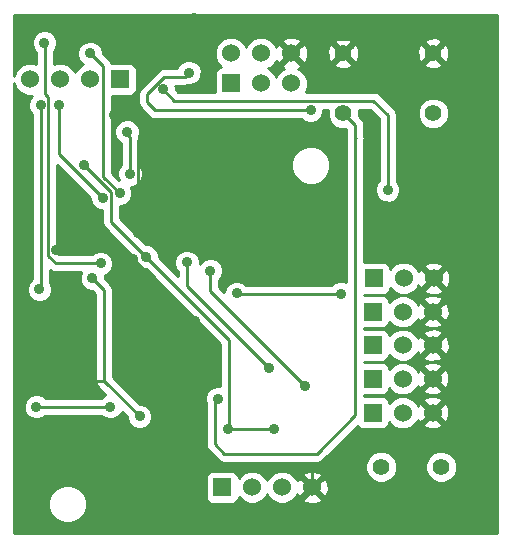
<source format=gbl>
G04 (created by PCBNEW (2013-07-07 BZR 4022)-stable) date 12/31/2015 9:21:21 AM*
%MOIN*%
G04 Gerber Fmt 3.4, Leading zero omitted, Abs format*
%FSLAX34Y34*%
G01*
G70*
G90*
G04 APERTURE LIST*
%ADD10C,0.00590551*%
%ADD11C,0.055*%
%ADD12R,0.06X0.06*%
%ADD13C,0.06*%
%ADD14C,0.056*%
%ADD15C,0.035*%
%ADD16C,0.01*%
G04 APERTURE END LIST*
G54D10*
G54D11*
X53151Y-27763D03*
X53151Y-25763D03*
X56151Y-27763D03*
X56151Y-25763D03*
G54D12*
X45710Y-26629D03*
G54D13*
X44710Y-26629D03*
X43710Y-26629D03*
X42710Y-26629D03*
G54D12*
X49419Y-26767D03*
G54D13*
X49419Y-25767D03*
X50419Y-26767D03*
X50419Y-25767D03*
X51419Y-26767D03*
X51419Y-25767D03*
G54D12*
X54131Y-37735D03*
G54D13*
X55131Y-37735D03*
X56131Y-37735D03*
G54D12*
X54131Y-36602D03*
G54D13*
X55131Y-36602D03*
X56131Y-36602D03*
G54D12*
X54139Y-35487D03*
G54D13*
X55139Y-35487D03*
X56139Y-35487D03*
G54D12*
X54139Y-34373D03*
G54D13*
X55139Y-34373D03*
X56139Y-34373D03*
G54D12*
X54159Y-33263D03*
G54D13*
X55159Y-33263D03*
X56159Y-33263D03*
G54D14*
X54415Y-39544D03*
X56415Y-39544D03*
G54D12*
X49110Y-40230D03*
G54D13*
X50110Y-40230D03*
X51110Y-40230D03*
X52110Y-40230D03*
G54D15*
X42880Y-36702D03*
X46360Y-37867D03*
X44785Y-33256D03*
X54627Y-30309D03*
X47147Y-26964D03*
X45064Y-32766D03*
X43188Y-25416D03*
X43671Y-27480D03*
X45139Y-30574D03*
X46048Y-29781D03*
X45945Y-28377D03*
X48944Y-39445D03*
X48328Y-25604D03*
X48190Y-24583D03*
X46128Y-32624D03*
X46317Y-31765D03*
X46580Y-28399D03*
X48210Y-34674D03*
X43580Y-32304D03*
X55809Y-29864D03*
X45512Y-27812D03*
X52659Y-25294D03*
X42919Y-37535D03*
X45379Y-37539D03*
X48722Y-33007D03*
X51872Y-36836D03*
X47935Y-32732D03*
X50690Y-36259D03*
X48980Y-37274D03*
X44714Y-25767D03*
X45694Y-30428D03*
X43080Y-27487D03*
X43021Y-33633D03*
X50830Y-38280D03*
X44518Y-29483D03*
X52060Y-27664D03*
X48000Y-26404D03*
X53065Y-33774D03*
X49600Y-33767D03*
X46576Y-32542D03*
X49320Y-38294D03*
G54D16*
X42894Y-36687D02*
X45180Y-36687D01*
X42880Y-36702D02*
X42894Y-36687D01*
X45179Y-36685D02*
X45180Y-36687D01*
X45180Y-36687D02*
X46360Y-37867D01*
X45179Y-33649D02*
X45179Y-36685D01*
X44785Y-33256D02*
X45179Y-33649D01*
X54627Y-27805D02*
X54627Y-30309D01*
X54156Y-27334D02*
X54627Y-27805D01*
X47517Y-27334D02*
X54156Y-27334D01*
X47147Y-26964D02*
X47517Y-27334D01*
X43566Y-32766D02*
X45064Y-32766D01*
X43314Y-32514D02*
X43566Y-32766D01*
X43314Y-27215D02*
X43314Y-32514D01*
X43223Y-27124D02*
X43314Y-27215D01*
X43223Y-25451D02*
X43223Y-27124D01*
X43188Y-25416D02*
X43223Y-25451D01*
X43671Y-29106D02*
X43671Y-27480D01*
X45139Y-30574D02*
X43671Y-29106D01*
X46048Y-28579D02*
X46048Y-29781D01*
X45945Y-28377D02*
X46048Y-28579D01*
X52110Y-39671D02*
X52110Y-40230D01*
X51947Y-39508D02*
X52110Y-39671D01*
X49007Y-39508D02*
X51947Y-39508D01*
X48944Y-39445D02*
X49007Y-39508D01*
X48328Y-24721D02*
X48328Y-25604D01*
X48190Y-24583D02*
X48328Y-24721D01*
X46133Y-32619D02*
X46155Y-32619D01*
X46128Y-32624D02*
X46133Y-32619D01*
X46317Y-31760D02*
X46317Y-31765D01*
X46304Y-31747D02*
X46317Y-31760D01*
X46304Y-28675D02*
X46304Y-31747D01*
X46580Y-28399D02*
X46304Y-28675D01*
X48210Y-34674D02*
X46155Y-32619D01*
X46155Y-32619D02*
X45840Y-32304D01*
X45840Y-32304D02*
X43580Y-32304D01*
X53730Y-25294D02*
X52659Y-25294D01*
X55021Y-26585D02*
X53730Y-25294D01*
X55021Y-29076D02*
X55021Y-26585D01*
X55809Y-29864D02*
X55021Y-29076D01*
X47760Y-25564D02*
X48328Y-25604D01*
X45512Y-27812D02*
X47760Y-25564D01*
X52449Y-25084D02*
X52659Y-25294D01*
X48328Y-25604D02*
X48848Y-25084D01*
X48848Y-25084D02*
X52449Y-25084D01*
X45375Y-37535D02*
X42919Y-37535D01*
X45379Y-37539D02*
X45375Y-37535D01*
X48722Y-33686D02*
X48722Y-33007D01*
X51872Y-36836D02*
X48722Y-33686D01*
X47935Y-33503D02*
X47935Y-32732D01*
X50690Y-36259D02*
X47935Y-33503D01*
X53555Y-28601D02*
X53555Y-28166D01*
X53555Y-28166D02*
X53151Y-27763D01*
X53555Y-28601D02*
X53569Y-28587D01*
X53555Y-37829D02*
X53555Y-28601D01*
X52270Y-39114D02*
X53555Y-37829D01*
X49190Y-39114D02*
X52270Y-39114D01*
X48860Y-38784D02*
X49190Y-39114D01*
X48860Y-37394D02*
X48860Y-38784D01*
X48980Y-37274D02*
X48860Y-37394D01*
X45147Y-26200D02*
X44714Y-25767D01*
X45147Y-29881D02*
X45147Y-26200D01*
X45694Y-30428D02*
X45147Y-29881D01*
X43080Y-33574D02*
X43080Y-27487D01*
X43021Y-33633D02*
X43080Y-33574D01*
X50816Y-38294D02*
X49320Y-38294D01*
X50830Y-38280D02*
X50816Y-38294D01*
X44518Y-29483D02*
X45407Y-30372D01*
X46890Y-27664D02*
X52060Y-27664D01*
X46610Y-27384D02*
X46890Y-27664D01*
X46610Y-27114D02*
X46610Y-27384D01*
X47180Y-26544D02*
X46610Y-27114D01*
X47860Y-26544D02*
X47180Y-26544D01*
X48000Y-26404D02*
X47860Y-26544D01*
X49607Y-33774D02*
X53065Y-33774D01*
X49600Y-33767D02*
X49607Y-33774D01*
X45407Y-31373D02*
X46576Y-32542D01*
X45407Y-30372D02*
X45407Y-31373D01*
X49355Y-35321D02*
X46576Y-32542D01*
X49355Y-38259D02*
X49355Y-35321D01*
X49320Y-38294D02*
X49355Y-38259D01*
G54D10*
G36*
X58285Y-41765D02*
X56945Y-41765D01*
X56945Y-39439D01*
X56864Y-39244D01*
X56715Y-39094D01*
X56714Y-39094D01*
X56714Y-33345D01*
X56703Y-33126D01*
X56681Y-33074D01*
X56681Y-25839D01*
X56670Y-25630D01*
X56612Y-25490D01*
X56519Y-25466D01*
X56448Y-25537D01*
X56448Y-25395D01*
X56424Y-25302D01*
X56227Y-25233D01*
X56018Y-25244D01*
X55878Y-25302D01*
X55854Y-25395D01*
X56151Y-25692D01*
X56448Y-25395D01*
X56448Y-25537D01*
X56222Y-25763D01*
X56519Y-26060D01*
X56612Y-26036D01*
X56681Y-25839D01*
X56681Y-33074D01*
X56676Y-33062D01*
X56676Y-27659D01*
X56596Y-27466D01*
X56449Y-27318D01*
X56448Y-27318D01*
X56448Y-26131D01*
X56151Y-25834D01*
X56080Y-25904D01*
X56080Y-25763D01*
X55783Y-25466D01*
X55691Y-25490D01*
X55621Y-25687D01*
X55633Y-25896D01*
X55691Y-26036D01*
X55783Y-26060D01*
X56080Y-25763D01*
X56080Y-25904D01*
X55854Y-26131D01*
X55878Y-26224D01*
X56075Y-26293D01*
X56284Y-26282D01*
X56424Y-26224D01*
X56448Y-26131D01*
X56448Y-27318D01*
X56256Y-27238D01*
X56047Y-27238D01*
X55854Y-27318D01*
X55706Y-27465D01*
X55626Y-27658D01*
X55626Y-27867D01*
X55706Y-28060D01*
X55853Y-28208D01*
X56046Y-28288D01*
X56255Y-28288D01*
X56448Y-28208D01*
X56596Y-28061D01*
X56676Y-27868D01*
X56676Y-27659D01*
X56676Y-33062D01*
X56640Y-32975D01*
X56545Y-32948D01*
X56474Y-33019D01*
X56474Y-32877D01*
X56447Y-32782D01*
X56241Y-32708D01*
X56022Y-32719D01*
X55871Y-32782D01*
X55844Y-32877D01*
X56159Y-33192D01*
X56474Y-32877D01*
X56474Y-33019D01*
X56230Y-33263D01*
X56545Y-33578D01*
X56640Y-33551D01*
X56714Y-33345D01*
X56714Y-39094D01*
X56694Y-39086D01*
X56694Y-35569D01*
X56694Y-34455D01*
X56683Y-34237D01*
X56621Y-34085D01*
X56525Y-34058D01*
X56474Y-34109D01*
X56474Y-33649D01*
X56159Y-33334D01*
X55844Y-33649D01*
X55871Y-33744D01*
X56077Y-33818D01*
X56296Y-33807D01*
X56447Y-33744D01*
X56474Y-33649D01*
X56474Y-34109D01*
X56454Y-34129D01*
X56454Y-33987D01*
X56427Y-33892D01*
X56221Y-33818D01*
X56003Y-33829D01*
X55851Y-33892D01*
X55824Y-33987D01*
X56139Y-34303D01*
X56454Y-33987D01*
X56454Y-34129D01*
X56210Y-34373D01*
X56525Y-34688D01*
X56621Y-34661D01*
X56694Y-34455D01*
X56694Y-35569D01*
X56683Y-35351D01*
X56621Y-35200D01*
X56525Y-35172D01*
X56454Y-35243D01*
X56454Y-35102D01*
X56454Y-34759D01*
X56139Y-34444D01*
X55824Y-34759D01*
X55851Y-34855D01*
X56057Y-34928D01*
X56276Y-34917D01*
X56427Y-34855D01*
X56454Y-34759D01*
X56454Y-35102D01*
X56427Y-35006D01*
X56221Y-34933D01*
X56003Y-34944D01*
X55851Y-35006D01*
X55824Y-35102D01*
X56139Y-35417D01*
X56454Y-35102D01*
X56454Y-35243D01*
X56210Y-35487D01*
X56525Y-35803D01*
X56621Y-35775D01*
X56694Y-35569D01*
X56694Y-39086D01*
X56686Y-39082D01*
X56686Y-37817D01*
X56686Y-36683D01*
X56675Y-36465D01*
X56613Y-36314D01*
X56517Y-36286D01*
X56454Y-36349D01*
X56454Y-35873D01*
X56139Y-35558D01*
X55824Y-35873D01*
X55851Y-35969D01*
X56057Y-36042D01*
X56276Y-36031D01*
X56427Y-35969D01*
X56454Y-35873D01*
X56454Y-36349D01*
X56447Y-36357D01*
X56447Y-36216D01*
X56419Y-36120D01*
X56213Y-36047D01*
X55995Y-36058D01*
X55844Y-36120D01*
X55816Y-36216D01*
X56131Y-36531D01*
X56447Y-36216D01*
X56447Y-36357D01*
X56202Y-36602D01*
X56517Y-36917D01*
X56613Y-36889D01*
X56686Y-36683D01*
X56686Y-37817D01*
X56675Y-37599D01*
X56613Y-37448D01*
X56517Y-37420D01*
X56447Y-37491D01*
X56447Y-37350D01*
X56447Y-36988D01*
X56131Y-36672D01*
X55816Y-36988D01*
X55844Y-37083D01*
X56050Y-37156D01*
X56268Y-37145D01*
X56419Y-37083D01*
X56447Y-36988D01*
X56447Y-37350D01*
X56419Y-37254D01*
X56213Y-37181D01*
X55995Y-37192D01*
X55844Y-37254D01*
X55816Y-37350D01*
X56131Y-37665D01*
X56447Y-37350D01*
X56447Y-37491D01*
X56202Y-37735D01*
X56517Y-38051D01*
X56613Y-38023D01*
X56686Y-37817D01*
X56686Y-39082D01*
X56521Y-39014D01*
X56447Y-39014D01*
X56447Y-38121D01*
X56131Y-37806D01*
X55816Y-38121D01*
X55844Y-38217D01*
X56050Y-38290D01*
X56268Y-38279D01*
X56419Y-38217D01*
X56447Y-38121D01*
X56447Y-39014D01*
X56310Y-39013D01*
X56115Y-39094D01*
X55966Y-39243D01*
X55885Y-39438D01*
X55885Y-39648D01*
X55965Y-39843D01*
X56114Y-39993D01*
X56309Y-40073D01*
X56520Y-40074D01*
X56715Y-39993D01*
X56864Y-39844D01*
X56945Y-39649D01*
X56945Y-39439D01*
X56945Y-41765D01*
X54945Y-41765D01*
X54945Y-39439D01*
X54864Y-39244D01*
X54715Y-39094D01*
X54521Y-39014D01*
X54310Y-39013D01*
X54115Y-39094D01*
X53966Y-39243D01*
X53885Y-39438D01*
X53885Y-39648D01*
X53965Y-39843D01*
X54114Y-39993D01*
X54309Y-40073D01*
X54520Y-40074D01*
X54715Y-39993D01*
X54864Y-39844D01*
X54945Y-39649D01*
X54945Y-39439D01*
X54945Y-41765D01*
X52664Y-41765D01*
X52664Y-40311D01*
X52653Y-40093D01*
X52591Y-39942D01*
X52495Y-39914D01*
X52425Y-39985D01*
X52425Y-39844D01*
X52397Y-39748D01*
X52191Y-39675D01*
X51973Y-39686D01*
X51822Y-39748D01*
X51794Y-39844D01*
X52110Y-40159D01*
X52425Y-39844D01*
X52425Y-39985D01*
X52180Y-40230D01*
X52495Y-40545D01*
X52591Y-40517D01*
X52664Y-40311D01*
X52664Y-41765D01*
X52425Y-41765D01*
X52425Y-40615D01*
X52110Y-40300D01*
X52039Y-40371D01*
X52039Y-40230D01*
X51724Y-39914D01*
X51628Y-39942D01*
X51609Y-39997D01*
X51576Y-39918D01*
X51421Y-39764D01*
X51219Y-39680D01*
X51001Y-39679D01*
X50798Y-39763D01*
X50644Y-39918D01*
X50610Y-39999D01*
X50576Y-39918D01*
X50421Y-39764D01*
X50219Y-39680D01*
X50001Y-39679D01*
X49798Y-39763D01*
X49660Y-39902D01*
X49660Y-39880D01*
X49622Y-39788D01*
X49551Y-39718D01*
X49459Y-39680D01*
X49360Y-39679D01*
X48760Y-39679D01*
X48668Y-39717D01*
X48598Y-39788D01*
X48560Y-39880D01*
X48559Y-39979D01*
X48559Y-40579D01*
X48597Y-40671D01*
X48668Y-40741D01*
X48760Y-40779D01*
X48859Y-40780D01*
X49459Y-40780D01*
X49551Y-40742D01*
X49621Y-40671D01*
X49659Y-40579D01*
X49659Y-40557D01*
X49798Y-40695D01*
X50000Y-40779D01*
X50218Y-40780D01*
X50421Y-40696D01*
X50575Y-40541D01*
X50609Y-40460D01*
X50643Y-40541D01*
X50798Y-40695D01*
X51000Y-40779D01*
X51218Y-40780D01*
X51421Y-40696D01*
X51575Y-40541D01*
X51607Y-40466D01*
X51628Y-40517D01*
X51724Y-40545D01*
X52039Y-40230D01*
X52039Y-40371D01*
X51794Y-40615D01*
X51822Y-40711D01*
X52028Y-40784D01*
X52246Y-40773D01*
X52397Y-40711D01*
X52425Y-40615D01*
X52425Y-41765D01*
X44601Y-41765D01*
X44601Y-40660D01*
X44503Y-40423D01*
X44323Y-40242D01*
X44086Y-40144D01*
X43830Y-40144D01*
X43594Y-40241D01*
X43412Y-40422D01*
X43314Y-40659D01*
X43314Y-40915D01*
X43412Y-41151D01*
X43593Y-41332D01*
X43829Y-41431D01*
X44085Y-41431D01*
X44322Y-41333D01*
X44503Y-41152D01*
X44601Y-40916D01*
X44601Y-40660D01*
X44601Y-41765D01*
X42164Y-41765D01*
X42164Y-26748D01*
X42244Y-26940D01*
X42398Y-27095D01*
X42600Y-27179D01*
X42787Y-27179D01*
X42720Y-27246D01*
X42655Y-27403D01*
X42655Y-27572D01*
X42720Y-27728D01*
X42780Y-27788D01*
X42780Y-33273D01*
X42661Y-33392D01*
X42596Y-33548D01*
X42596Y-33717D01*
X42661Y-33874D01*
X42780Y-33993D01*
X42936Y-34058D01*
X43105Y-34058D01*
X43262Y-33994D01*
X43381Y-33874D01*
X43446Y-33718D01*
X43446Y-33549D01*
X43382Y-33393D01*
X43380Y-33391D01*
X43380Y-32996D01*
X43451Y-33043D01*
X43565Y-33065D01*
X43566Y-33066D01*
X44404Y-33066D01*
X44360Y-33171D01*
X44360Y-33340D01*
X44424Y-33496D01*
X44544Y-33616D01*
X44700Y-33680D01*
X44786Y-33681D01*
X44879Y-33773D01*
X44879Y-36685D01*
X44901Y-36800D01*
X44967Y-36898D01*
X45215Y-37147D01*
X45139Y-37178D01*
X45082Y-37235D01*
X43220Y-37235D01*
X43160Y-37175D01*
X43004Y-37110D01*
X42835Y-37110D01*
X42678Y-37174D01*
X42559Y-37294D01*
X42494Y-37450D01*
X42494Y-37619D01*
X42558Y-37775D01*
X42678Y-37895D01*
X42834Y-37960D01*
X43003Y-37960D01*
X43159Y-37895D01*
X43220Y-37835D01*
X45074Y-37835D01*
X45138Y-37899D01*
X45295Y-37964D01*
X45464Y-37964D01*
X45620Y-37899D01*
X45740Y-37780D01*
X45772Y-37703D01*
X45935Y-37866D01*
X45935Y-37951D01*
X45999Y-38107D01*
X46119Y-38227D01*
X46275Y-38291D01*
X46444Y-38292D01*
X46600Y-38227D01*
X46720Y-38108D01*
X46785Y-37951D01*
X46785Y-37782D01*
X46720Y-37626D01*
X46601Y-37506D01*
X46445Y-37442D01*
X46359Y-37441D01*
X45479Y-36561D01*
X45479Y-33649D01*
X45456Y-33534D01*
X45391Y-33437D01*
X45391Y-33437D01*
X45210Y-33256D01*
X45210Y-33171D01*
X45208Y-33166D01*
X45304Y-33126D01*
X45424Y-33007D01*
X45488Y-32850D01*
X45489Y-32681D01*
X45424Y-32525D01*
X45305Y-32405D01*
X45148Y-32341D01*
X44979Y-32340D01*
X44823Y-32405D01*
X44762Y-32466D01*
X43690Y-32466D01*
X43614Y-32389D01*
X43614Y-29473D01*
X44714Y-30573D01*
X44714Y-30658D01*
X44779Y-30814D01*
X44898Y-30934D01*
X45054Y-30999D01*
X45107Y-30999D01*
X45107Y-31373D01*
X45129Y-31487D01*
X45194Y-31585D01*
X46151Y-32541D01*
X46150Y-32626D01*
X46215Y-32782D01*
X46334Y-32902D01*
X46491Y-32966D01*
X46576Y-32967D01*
X49055Y-35445D01*
X49055Y-36849D01*
X48895Y-36848D01*
X48739Y-36913D01*
X48619Y-37032D01*
X48555Y-37189D01*
X48554Y-37358D01*
X48563Y-37378D01*
X48560Y-37394D01*
X48560Y-38784D01*
X48582Y-38898D01*
X48647Y-38996D01*
X48977Y-39326D01*
X48977Y-39326D01*
X49075Y-39391D01*
X49189Y-39413D01*
X49190Y-39414D01*
X52270Y-39414D01*
X52270Y-39413D01*
X52384Y-39391D01*
X52384Y-39391D01*
X52482Y-39326D01*
X53625Y-38182D01*
X53690Y-38247D01*
X53781Y-38285D01*
X53881Y-38286D01*
X54481Y-38286D01*
X54573Y-38248D01*
X54643Y-38177D01*
X54681Y-38085D01*
X54681Y-38063D01*
X54819Y-38201D01*
X55022Y-38285D01*
X55240Y-38286D01*
X55443Y-38202D01*
X55597Y-38047D01*
X55629Y-37972D01*
X55650Y-38023D01*
X55745Y-38051D01*
X56061Y-37735D01*
X55745Y-37420D01*
X55650Y-37448D01*
X55630Y-37503D01*
X55598Y-37424D01*
X55443Y-37269D01*
X55241Y-37186D01*
X55022Y-37185D01*
X54820Y-37269D01*
X54681Y-37408D01*
X54681Y-37386D01*
X54643Y-37294D01*
X54573Y-37224D01*
X54481Y-37186D01*
X54382Y-37185D01*
X53855Y-37185D01*
X53855Y-37152D01*
X53881Y-37152D01*
X54481Y-37152D01*
X54573Y-37114D01*
X54643Y-37043D01*
X54681Y-36952D01*
X54681Y-36929D01*
X54819Y-37068D01*
X55022Y-37152D01*
X55240Y-37152D01*
X55443Y-37068D01*
X55597Y-36914D01*
X55629Y-36838D01*
X55650Y-36889D01*
X55745Y-36917D01*
X56061Y-36602D01*
X55745Y-36286D01*
X55650Y-36314D01*
X55630Y-36369D01*
X55598Y-36290D01*
X55443Y-36136D01*
X55241Y-36052D01*
X55022Y-36052D01*
X54820Y-36135D01*
X54681Y-36274D01*
X54681Y-36252D01*
X54643Y-36160D01*
X54573Y-36090D01*
X54481Y-36052D01*
X54382Y-36052D01*
X53855Y-36052D01*
X53855Y-36037D01*
X53889Y-36037D01*
X54489Y-36037D01*
X54581Y-36000D01*
X54651Y-35929D01*
X54689Y-35837D01*
X54689Y-35815D01*
X54827Y-35953D01*
X55029Y-36037D01*
X55248Y-36038D01*
X55450Y-35954D01*
X55605Y-35799D01*
X55637Y-35724D01*
X55658Y-35775D01*
X55753Y-35803D01*
X56069Y-35487D01*
X55753Y-35172D01*
X55658Y-35200D01*
X55638Y-35255D01*
X55606Y-35176D01*
X55451Y-35021D01*
X55249Y-34938D01*
X55030Y-34937D01*
X54828Y-35021D01*
X54689Y-35159D01*
X54689Y-35138D01*
X54651Y-35046D01*
X54581Y-34976D01*
X54489Y-34937D01*
X54390Y-34937D01*
X53855Y-34937D01*
X53855Y-34923D01*
X53889Y-34923D01*
X54489Y-34923D01*
X54581Y-34885D01*
X54651Y-34815D01*
X54689Y-34723D01*
X54689Y-34701D01*
X54827Y-34839D01*
X55029Y-34923D01*
X55248Y-34923D01*
X55450Y-34840D01*
X55605Y-34685D01*
X55637Y-34610D01*
X55658Y-34661D01*
X55753Y-34688D01*
X56069Y-34373D01*
X55753Y-34058D01*
X55658Y-34085D01*
X55638Y-34141D01*
X55606Y-34062D01*
X55451Y-33907D01*
X55249Y-33823D01*
X55030Y-33823D01*
X54828Y-33907D01*
X54689Y-34045D01*
X54689Y-34024D01*
X54651Y-33932D01*
X54581Y-33861D01*
X54489Y-33823D01*
X54390Y-33823D01*
X53855Y-33823D01*
X53855Y-33813D01*
X53908Y-33813D01*
X54508Y-33813D01*
X54600Y-33775D01*
X54671Y-33705D01*
X54709Y-33613D01*
X54709Y-33591D01*
X54847Y-33729D01*
X55049Y-33813D01*
X55268Y-33813D01*
X55470Y-33730D01*
X55625Y-33575D01*
X55656Y-33499D01*
X55678Y-33551D01*
X55773Y-33578D01*
X56088Y-33263D01*
X55773Y-32948D01*
X55678Y-32975D01*
X55658Y-33030D01*
X55625Y-32952D01*
X55471Y-32797D01*
X55269Y-32713D01*
X55050Y-32713D01*
X54848Y-32796D01*
X54709Y-32935D01*
X54709Y-32914D01*
X54671Y-32822D01*
X54601Y-32751D01*
X54509Y-32713D01*
X54409Y-32713D01*
X53855Y-32713D01*
X53855Y-28657D01*
X53868Y-28587D01*
X53855Y-28516D01*
X53855Y-28166D01*
X53832Y-28052D01*
X53767Y-27954D01*
X53767Y-27954D01*
X53676Y-27864D01*
X53676Y-27659D01*
X53666Y-27634D01*
X54032Y-27634D01*
X54327Y-27929D01*
X54327Y-30007D01*
X54267Y-30067D01*
X54203Y-30224D01*
X54202Y-30393D01*
X54267Y-30549D01*
X54386Y-30669D01*
X54543Y-30733D01*
X54712Y-30734D01*
X54868Y-30669D01*
X54988Y-30550D01*
X55052Y-30393D01*
X55053Y-30224D01*
X54988Y-30068D01*
X54927Y-30007D01*
X54927Y-27805D01*
X54905Y-27690D01*
X54840Y-27592D01*
X54840Y-27592D01*
X54369Y-27121D01*
X54271Y-27056D01*
X54156Y-27034D01*
X53681Y-27034D01*
X53681Y-25839D01*
X53670Y-25630D01*
X53612Y-25490D01*
X53519Y-25466D01*
X53448Y-25537D01*
X53448Y-25395D01*
X53424Y-25302D01*
X53227Y-25233D01*
X53018Y-25244D01*
X52878Y-25302D01*
X52854Y-25395D01*
X53151Y-25692D01*
X53448Y-25395D01*
X53448Y-25537D01*
X53222Y-25763D01*
X53519Y-26060D01*
X53612Y-26036D01*
X53681Y-25839D01*
X53681Y-27034D01*
X53448Y-27034D01*
X53448Y-26131D01*
X53151Y-25834D01*
X53080Y-25904D01*
X53080Y-25763D01*
X52783Y-25466D01*
X52691Y-25490D01*
X52621Y-25687D01*
X52633Y-25896D01*
X52691Y-26036D01*
X52783Y-26060D01*
X53080Y-25763D01*
X53080Y-25904D01*
X52854Y-26131D01*
X52878Y-26224D01*
X53075Y-26293D01*
X53284Y-26282D01*
X53424Y-26224D01*
X53448Y-26131D01*
X53448Y-27034D01*
X51974Y-27034D01*
X51974Y-25849D01*
X51963Y-25630D01*
X51900Y-25479D01*
X51805Y-25452D01*
X51734Y-25522D01*
X51734Y-25381D01*
X51707Y-25286D01*
X51501Y-25212D01*
X51282Y-25223D01*
X51131Y-25286D01*
X51104Y-25381D01*
X51419Y-25696D01*
X51734Y-25381D01*
X51734Y-25522D01*
X51490Y-25767D01*
X51805Y-26082D01*
X51900Y-26055D01*
X51974Y-25849D01*
X51974Y-27034D01*
X51904Y-27034D01*
X51969Y-26877D01*
X51969Y-26658D01*
X51885Y-26456D01*
X51731Y-26301D01*
X51655Y-26270D01*
X51707Y-26248D01*
X51734Y-26153D01*
X51419Y-25838D01*
X51104Y-26153D01*
X51131Y-26248D01*
X51186Y-26268D01*
X51108Y-26300D01*
X50953Y-26455D01*
X50919Y-26537D01*
X50885Y-26456D01*
X50731Y-26301D01*
X50649Y-26267D01*
X50730Y-26234D01*
X50885Y-26079D01*
X50916Y-26003D01*
X50938Y-26055D01*
X51033Y-26082D01*
X51348Y-25767D01*
X51033Y-25452D01*
X50938Y-25479D01*
X50918Y-25534D01*
X50885Y-25456D01*
X50731Y-25301D01*
X50529Y-25217D01*
X50310Y-25217D01*
X50108Y-25300D01*
X49953Y-25455D01*
X49919Y-25537D01*
X49885Y-25456D01*
X49731Y-25301D01*
X49529Y-25217D01*
X49310Y-25217D01*
X49108Y-25300D01*
X48953Y-25455D01*
X48869Y-25657D01*
X48869Y-25876D01*
X48952Y-26078D01*
X49091Y-26217D01*
X49069Y-26217D01*
X48977Y-26255D01*
X48907Y-26325D01*
X48869Y-26417D01*
X48869Y-26516D01*
X48869Y-27034D01*
X47641Y-27034D01*
X47572Y-26964D01*
X47572Y-26879D01*
X47557Y-26844D01*
X47860Y-26844D01*
X47860Y-26843D01*
X47935Y-26828D01*
X47935Y-26828D01*
X48084Y-26829D01*
X48240Y-26764D01*
X48360Y-26645D01*
X48424Y-26488D01*
X48425Y-26319D01*
X48360Y-26163D01*
X48241Y-26043D01*
X48084Y-25979D01*
X47915Y-25978D01*
X47759Y-26043D01*
X47639Y-26162D01*
X47606Y-26244D01*
X47180Y-26244D01*
X47065Y-26266D01*
X46967Y-26331D01*
X46397Y-26901D01*
X46332Y-26999D01*
X46310Y-27114D01*
X46310Y-27384D01*
X46332Y-27498D01*
X46397Y-27596D01*
X46677Y-27876D01*
X46677Y-27876D01*
X46775Y-27941D01*
X46890Y-27964D01*
X51758Y-27964D01*
X51818Y-28024D01*
X51975Y-28088D01*
X52144Y-28089D01*
X52300Y-28024D01*
X52420Y-27905D01*
X52484Y-27748D01*
X52485Y-27634D01*
X52636Y-27634D01*
X52626Y-27658D01*
X52626Y-27867D01*
X52706Y-28060D01*
X52853Y-28208D01*
X53046Y-28288D01*
X53252Y-28288D01*
X53255Y-28291D01*
X53255Y-28601D01*
X53255Y-33392D01*
X53149Y-33349D01*
X52980Y-33348D01*
X52824Y-33413D01*
X52763Y-33474D01*
X52711Y-33474D01*
X52711Y-29365D01*
X52613Y-29128D01*
X52433Y-28947D01*
X52196Y-28849D01*
X51940Y-28849D01*
X51704Y-28946D01*
X51522Y-29127D01*
X51424Y-29364D01*
X51424Y-29620D01*
X51522Y-29856D01*
X51703Y-30037D01*
X51939Y-30136D01*
X52195Y-30136D01*
X52432Y-30038D01*
X52613Y-29857D01*
X52711Y-29621D01*
X52711Y-29365D01*
X52711Y-33474D01*
X49908Y-33474D01*
X49841Y-33406D01*
X49684Y-33342D01*
X49515Y-33341D01*
X49359Y-33406D01*
X49239Y-33525D01*
X49175Y-33682D01*
X49175Y-33714D01*
X49022Y-33562D01*
X49022Y-33308D01*
X49082Y-33248D01*
X49147Y-33091D01*
X49147Y-32922D01*
X49082Y-32766D01*
X48963Y-32646D01*
X48807Y-32582D01*
X48638Y-32581D01*
X48482Y-32646D01*
X48362Y-32765D01*
X48360Y-32771D01*
X48360Y-32648D01*
X48295Y-32492D01*
X48176Y-32372D01*
X48019Y-32307D01*
X47850Y-32307D01*
X47694Y-32371D01*
X47574Y-32491D01*
X47510Y-32647D01*
X47509Y-32816D01*
X47574Y-32972D01*
X47635Y-33033D01*
X47635Y-33176D01*
X47000Y-32542D01*
X47001Y-32457D01*
X46936Y-32301D01*
X46817Y-32181D01*
X46660Y-32117D01*
X46575Y-32116D01*
X45707Y-31248D01*
X45707Y-30853D01*
X45779Y-30853D01*
X45935Y-30789D01*
X46054Y-30669D01*
X46119Y-30513D01*
X46119Y-30344D01*
X46062Y-30206D01*
X46132Y-30206D01*
X46288Y-30141D01*
X46408Y-30022D01*
X46473Y-29865D01*
X46473Y-29696D01*
X46409Y-29540D01*
X46348Y-29479D01*
X46348Y-28579D01*
X46346Y-28567D01*
X46347Y-28555D01*
X46340Y-28531D01*
X46369Y-28461D01*
X46370Y-28292D01*
X46305Y-28136D01*
X46186Y-28016D01*
X46029Y-27952D01*
X45860Y-27951D01*
X45704Y-28016D01*
X45584Y-28135D01*
X45520Y-28292D01*
X45519Y-28461D01*
X45584Y-28617D01*
X45703Y-28737D01*
X45748Y-28755D01*
X45748Y-29479D01*
X45688Y-29539D01*
X45623Y-29696D01*
X45623Y-29865D01*
X45671Y-29981D01*
X45447Y-29757D01*
X45447Y-27179D01*
X45460Y-27179D01*
X46060Y-27179D01*
X46152Y-27141D01*
X46222Y-27071D01*
X46260Y-26979D01*
X46260Y-26880D01*
X46260Y-26280D01*
X46222Y-26188D01*
X46152Y-26117D01*
X46060Y-26079D01*
X45961Y-26079D01*
X45420Y-26079D01*
X45359Y-25988D01*
X45359Y-25988D01*
X45139Y-25768D01*
X45139Y-25683D01*
X45075Y-25527D01*
X44955Y-25407D01*
X44799Y-25342D01*
X44630Y-25342D01*
X44474Y-25406D01*
X44354Y-25526D01*
X44289Y-25682D01*
X44289Y-25851D01*
X44354Y-26007D01*
X44473Y-26127D01*
X44479Y-26130D01*
X44399Y-26163D01*
X44244Y-26317D01*
X44210Y-26399D01*
X44177Y-26318D01*
X44022Y-26163D01*
X43820Y-26079D01*
X43601Y-26079D01*
X43523Y-26112D01*
X43523Y-25682D01*
X43548Y-25657D01*
X43612Y-25500D01*
X43613Y-25331D01*
X43548Y-25175D01*
X43429Y-25055D01*
X43272Y-24991D01*
X43103Y-24990D01*
X42947Y-25055D01*
X42827Y-25174D01*
X42763Y-25331D01*
X42762Y-25500D01*
X42827Y-25656D01*
X42923Y-25752D01*
X42923Y-26122D01*
X42820Y-26079D01*
X42601Y-26079D01*
X42399Y-26163D01*
X42244Y-26317D01*
X42164Y-26510D01*
X42164Y-24489D01*
X58240Y-24489D01*
X58285Y-24489D01*
X58285Y-41765D01*
X58285Y-41765D01*
G37*
G54D16*
X58285Y-41765D02*
X56945Y-41765D01*
X56945Y-39439D01*
X56864Y-39244D01*
X56715Y-39094D01*
X56714Y-39094D01*
X56714Y-33345D01*
X56703Y-33126D01*
X56681Y-33074D01*
X56681Y-25839D01*
X56670Y-25630D01*
X56612Y-25490D01*
X56519Y-25466D01*
X56448Y-25537D01*
X56448Y-25395D01*
X56424Y-25302D01*
X56227Y-25233D01*
X56018Y-25244D01*
X55878Y-25302D01*
X55854Y-25395D01*
X56151Y-25692D01*
X56448Y-25395D01*
X56448Y-25537D01*
X56222Y-25763D01*
X56519Y-26060D01*
X56612Y-26036D01*
X56681Y-25839D01*
X56681Y-33074D01*
X56676Y-33062D01*
X56676Y-27659D01*
X56596Y-27466D01*
X56449Y-27318D01*
X56448Y-27318D01*
X56448Y-26131D01*
X56151Y-25834D01*
X56080Y-25904D01*
X56080Y-25763D01*
X55783Y-25466D01*
X55691Y-25490D01*
X55621Y-25687D01*
X55633Y-25896D01*
X55691Y-26036D01*
X55783Y-26060D01*
X56080Y-25763D01*
X56080Y-25904D01*
X55854Y-26131D01*
X55878Y-26224D01*
X56075Y-26293D01*
X56284Y-26282D01*
X56424Y-26224D01*
X56448Y-26131D01*
X56448Y-27318D01*
X56256Y-27238D01*
X56047Y-27238D01*
X55854Y-27318D01*
X55706Y-27465D01*
X55626Y-27658D01*
X55626Y-27867D01*
X55706Y-28060D01*
X55853Y-28208D01*
X56046Y-28288D01*
X56255Y-28288D01*
X56448Y-28208D01*
X56596Y-28061D01*
X56676Y-27868D01*
X56676Y-27659D01*
X56676Y-33062D01*
X56640Y-32975D01*
X56545Y-32948D01*
X56474Y-33019D01*
X56474Y-32877D01*
X56447Y-32782D01*
X56241Y-32708D01*
X56022Y-32719D01*
X55871Y-32782D01*
X55844Y-32877D01*
X56159Y-33192D01*
X56474Y-32877D01*
X56474Y-33019D01*
X56230Y-33263D01*
X56545Y-33578D01*
X56640Y-33551D01*
X56714Y-33345D01*
X56714Y-39094D01*
X56694Y-39086D01*
X56694Y-35569D01*
X56694Y-34455D01*
X56683Y-34237D01*
X56621Y-34085D01*
X56525Y-34058D01*
X56474Y-34109D01*
X56474Y-33649D01*
X56159Y-33334D01*
X55844Y-33649D01*
X55871Y-33744D01*
X56077Y-33818D01*
X56296Y-33807D01*
X56447Y-33744D01*
X56474Y-33649D01*
X56474Y-34109D01*
X56454Y-34129D01*
X56454Y-33987D01*
X56427Y-33892D01*
X56221Y-33818D01*
X56003Y-33829D01*
X55851Y-33892D01*
X55824Y-33987D01*
X56139Y-34303D01*
X56454Y-33987D01*
X56454Y-34129D01*
X56210Y-34373D01*
X56525Y-34688D01*
X56621Y-34661D01*
X56694Y-34455D01*
X56694Y-35569D01*
X56683Y-35351D01*
X56621Y-35200D01*
X56525Y-35172D01*
X56454Y-35243D01*
X56454Y-35102D01*
X56454Y-34759D01*
X56139Y-34444D01*
X55824Y-34759D01*
X55851Y-34855D01*
X56057Y-34928D01*
X56276Y-34917D01*
X56427Y-34855D01*
X56454Y-34759D01*
X56454Y-35102D01*
X56427Y-35006D01*
X56221Y-34933D01*
X56003Y-34944D01*
X55851Y-35006D01*
X55824Y-35102D01*
X56139Y-35417D01*
X56454Y-35102D01*
X56454Y-35243D01*
X56210Y-35487D01*
X56525Y-35803D01*
X56621Y-35775D01*
X56694Y-35569D01*
X56694Y-39086D01*
X56686Y-39082D01*
X56686Y-37817D01*
X56686Y-36683D01*
X56675Y-36465D01*
X56613Y-36314D01*
X56517Y-36286D01*
X56454Y-36349D01*
X56454Y-35873D01*
X56139Y-35558D01*
X55824Y-35873D01*
X55851Y-35969D01*
X56057Y-36042D01*
X56276Y-36031D01*
X56427Y-35969D01*
X56454Y-35873D01*
X56454Y-36349D01*
X56447Y-36357D01*
X56447Y-36216D01*
X56419Y-36120D01*
X56213Y-36047D01*
X55995Y-36058D01*
X55844Y-36120D01*
X55816Y-36216D01*
X56131Y-36531D01*
X56447Y-36216D01*
X56447Y-36357D01*
X56202Y-36602D01*
X56517Y-36917D01*
X56613Y-36889D01*
X56686Y-36683D01*
X56686Y-37817D01*
X56675Y-37599D01*
X56613Y-37448D01*
X56517Y-37420D01*
X56447Y-37491D01*
X56447Y-37350D01*
X56447Y-36988D01*
X56131Y-36672D01*
X55816Y-36988D01*
X55844Y-37083D01*
X56050Y-37156D01*
X56268Y-37145D01*
X56419Y-37083D01*
X56447Y-36988D01*
X56447Y-37350D01*
X56419Y-37254D01*
X56213Y-37181D01*
X55995Y-37192D01*
X55844Y-37254D01*
X55816Y-37350D01*
X56131Y-37665D01*
X56447Y-37350D01*
X56447Y-37491D01*
X56202Y-37735D01*
X56517Y-38051D01*
X56613Y-38023D01*
X56686Y-37817D01*
X56686Y-39082D01*
X56521Y-39014D01*
X56447Y-39014D01*
X56447Y-38121D01*
X56131Y-37806D01*
X55816Y-38121D01*
X55844Y-38217D01*
X56050Y-38290D01*
X56268Y-38279D01*
X56419Y-38217D01*
X56447Y-38121D01*
X56447Y-39014D01*
X56310Y-39013D01*
X56115Y-39094D01*
X55966Y-39243D01*
X55885Y-39438D01*
X55885Y-39648D01*
X55965Y-39843D01*
X56114Y-39993D01*
X56309Y-40073D01*
X56520Y-40074D01*
X56715Y-39993D01*
X56864Y-39844D01*
X56945Y-39649D01*
X56945Y-39439D01*
X56945Y-41765D01*
X54945Y-41765D01*
X54945Y-39439D01*
X54864Y-39244D01*
X54715Y-39094D01*
X54521Y-39014D01*
X54310Y-39013D01*
X54115Y-39094D01*
X53966Y-39243D01*
X53885Y-39438D01*
X53885Y-39648D01*
X53965Y-39843D01*
X54114Y-39993D01*
X54309Y-40073D01*
X54520Y-40074D01*
X54715Y-39993D01*
X54864Y-39844D01*
X54945Y-39649D01*
X54945Y-39439D01*
X54945Y-41765D01*
X52664Y-41765D01*
X52664Y-40311D01*
X52653Y-40093D01*
X52591Y-39942D01*
X52495Y-39914D01*
X52425Y-39985D01*
X52425Y-39844D01*
X52397Y-39748D01*
X52191Y-39675D01*
X51973Y-39686D01*
X51822Y-39748D01*
X51794Y-39844D01*
X52110Y-40159D01*
X52425Y-39844D01*
X52425Y-39985D01*
X52180Y-40230D01*
X52495Y-40545D01*
X52591Y-40517D01*
X52664Y-40311D01*
X52664Y-41765D01*
X52425Y-41765D01*
X52425Y-40615D01*
X52110Y-40300D01*
X52039Y-40371D01*
X52039Y-40230D01*
X51724Y-39914D01*
X51628Y-39942D01*
X51609Y-39997D01*
X51576Y-39918D01*
X51421Y-39764D01*
X51219Y-39680D01*
X51001Y-39679D01*
X50798Y-39763D01*
X50644Y-39918D01*
X50610Y-39999D01*
X50576Y-39918D01*
X50421Y-39764D01*
X50219Y-39680D01*
X50001Y-39679D01*
X49798Y-39763D01*
X49660Y-39902D01*
X49660Y-39880D01*
X49622Y-39788D01*
X49551Y-39718D01*
X49459Y-39680D01*
X49360Y-39679D01*
X48760Y-39679D01*
X48668Y-39717D01*
X48598Y-39788D01*
X48560Y-39880D01*
X48559Y-39979D01*
X48559Y-40579D01*
X48597Y-40671D01*
X48668Y-40741D01*
X48760Y-40779D01*
X48859Y-40780D01*
X49459Y-40780D01*
X49551Y-40742D01*
X49621Y-40671D01*
X49659Y-40579D01*
X49659Y-40557D01*
X49798Y-40695D01*
X50000Y-40779D01*
X50218Y-40780D01*
X50421Y-40696D01*
X50575Y-40541D01*
X50609Y-40460D01*
X50643Y-40541D01*
X50798Y-40695D01*
X51000Y-40779D01*
X51218Y-40780D01*
X51421Y-40696D01*
X51575Y-40541D01*
X51607Y-40466D01*
X51628Y-40517D01*
X51724Y-40545D01*
X52039Y-40230D01*
X52039Y-40371D01*
X51794Y-40615D01*
X51822Y-40711D01*
X52028Y-40784D01*
X52246Y-40773D01*
X52397Y-40711D01*
X52425Y-40615D01*
X52425Y-41765D01*
X44601Y-41765D01*
X44601Y-40660D01*
X44503Y-40423D01*
X44323Y-40242D01*
X44086Y-40144D01*
X43830Y-40144D01*
X43594Y-40241D01*
X43412Y-40422D01*
X43314Y-40659D01*
X43314Y-40915D01*
X43412Y-41151D01*
X43593Y-41332D01*
X43829Y-41431D01*
X44085Y-41431D01*
X44322Y-41333D01*
X44503Y-41152D01*
X44601Y-40916D01*
X44601Y-40660D01*
X44601Y-41765D01*
X42164Y-41765D01*
X42164Y-26748D01*
X42244Y-26940D01*
X42398Y-27095D01*
X42600Y-27179D01*
X42787Y-27179D01*
X42720Y-27246D01*
X42655Y-27403D01*
X42655Y-27572D01*
X42720Y-27728D01*
X42780Y-27788D01*
X42780Y-33273D01*
X42661Y-33392D01*
X42596Y-33548D01*
X42596Y-33717D01*
X42661Y-33874D01*
X42780Y-33993D01*
X42936Y-34058D01*
X43105Y-34058D01*
X43262Y-33994D01*
X43381Y-33874D01*
X43446Y-33718D01*
X43446Y-33549D01*
X43382Y-33393D01*
X43380Y-33391D01*
X43380Y-32996D01*
X43451Y-33043D01*
X43565Y-33065D01*
X43566Y-33066D01*
X44404Y-33066D01*
X44360Y-33171D01*
X44360Y-33340D01*
X44424Y-33496D01*
X44544Y-33616D01*
X44700Y-33680D01*
X44786Y-33681D01*
X44879Y-33773D01*
X44879Y-36685D01*
X44901Y-36800D01*
X44967Y-36898D01*
X45215Y-37147D01*
X45139Y-37178D01*
X45082Y-37235D01*
X43220Y-37235D01*
X43160Y-37175D01*
X43004Y-37110D01*
X42835Y-37110D01*
X42678Y-37174D01*
X42559Y-37294D01*
X42494Y-37450D01*
X42494Y-37619D01*
X42558Y-37775D01*
X42678Y-37895D01*
X42834Y-37960D01*
X43003Y-37960D01*
X43159Y-37895D01*
X43220Y-37835D01*
X45074Y-37835D01*
X45138Y-37899D01*
X45295Y-37964D01*
X45464Y-37964D01*
X45620Y-37899D01*
X45740Y-37780D01*
X45772Y-37703D01*
X45935Y-37866D01*
X45935Y-37951D01*
X45999Y-38107D01*
X46119Y-38227D01*
X46275Y-38291D01*
X46444Y-38292D01*
X46600Y-38227D01*
X46720Y-38108D01*
X46785Y-37951D01*
X46785Y-37782D01*
X46720Y-37626D01*
X46601Y-37506D01*
X46445Y-37442D01*
X46359Y-37441D01*
X45479Y-36561D01*
X45479Y-33649D01*
X45456Y-33534D01*
X45391Y-33437D01*
X45391Y-33437D01*
X45210Y-33256D01*
X45210Y-33171D01*
X45208Y-33166D01*
X45304Y-33126D01*
X45424Y-33007D01*
X45488Y-32850D01*
X45489Y-32681D01*
X45424Y-32525D01*
X45305Y-32405D01*
X45148Y-32341D01*
X44979Y-32340D01*
X44823Y-32405D01*
X44762Y-32466D01*
X43690Y-32466D01*
X43614Y-32389D01*
X43614Y-29473D01*
X44714Y-30573D01*
X44714Y-30658D01*
X44779Y-30814D01*
X44898Y-30934D01*
X45054Y-30999D01*
X45107Y-30999D01*
X45107Y-31373D01*
X45129Y-31487D01*
X45194Y-31585D01*
X46151Y-32541D01*
X46150Y-32626D01*
X46215Y-32782D01*
X46334Y-32902D01*
X46491Y-32966D01*
X46576Y-32967D01*
X49055Y-35445D01*
X49055Y-36849D01*
X48895Y-36848D01*
X48739Y-36913D01*
X48619Y-37032D01*
X48555Y-37189D01*
X48554Y-37358D01*
X48563Y-37378D01*
X48560Y-37394D01*
X48560Y-38784D01*
X48582Y-38898D01*
X48647Y-38996D01*
X48977Y-39326D01*
X48977Y-39326D01*
X49075Y-39391D01*
X49189Y-39413D01*
X49190Y-39414D01*
X52270Y-39414D01*
X52270Y-39413D01*
X52384Y-39391D01*
X52384Y-39391D01*
X52482Y-39326D01*
X53625Y-38182D01*
X53690Y-38247D01*
X53781Y-38285D01*
X53881Y-38286D01*
X54481Y-38286D01*
X54573Y-38248D01*
X54643Y-38177D01*
X54681Y-38085D01*
X54681Y-38063D01*
X54819Y-38201D01*
X55022Y-38285D01*
X55240Y-38286D01*
X55443Y-38202D01*
X55597Y-38047D01*
X55629Y-37972D01*
X55650Y-38023D01*
X55745Y-38051D01*
X56061Y-37735D01*
X55745Y-37420D01*
X55650Y-37448D01*
X55630Y-37503D01*
X55598Y-37424D01*
X55443Y-37269D01*
X55241Y-37186D01*
X55022Y-37185D01*
X54820Y-37269D01*
X54681Y-37408D01*
X54681Y-37386D01*
X54643Y-37294D01*
X54573Y-37224D01*
X54481Y-37186D01*
X54382Y-37185D01*
X53855Y-37185D01*
X53855Y-37152D01*
X53881Y-37152D01*
X54481Y-37152D01*
X54573Y-37114D01*
X54643Y-37043D01*
X54681Y-36952D01*
X54681Y-36929D01*
X54819Y-37068D01*
X55022Y-37152D01*
X55240Y-37152D01*
X55443Y-37068D01*
X55597Y-36914D01*
X55629Y-36838D01*
X55650Y-36889D01*
X55745Y-36917D01*
X56061Y-36602D01*
X55745Y-36286D01*
X55650Y-36314D01*
X55630Y-36369D01*
X55598Y-36290D01*
X55443Y-36136D01*
X55241Y-36052D01*
X55022Y-36052D01*
X54820Y-36135D01*
X54681Y-36274D01*
X54681Y-36252D01*
X54643Y-36160D01*
X54573Y-36090D01*
X54481Y-36052D01*
X54382Y-36052D01*
X53855Y-36052D01*
X53855Y-36037D01*
X53889Y-36037D01*
X54489Y-36037D01*
X54581Y-36000D01*
X54651Y-35929D01*
X54689Y-35837D01*
X54689Y-35815D01*
X54827Y-35953D01*
X55029Y-36037D01*
X55248Y-36038D01*
X55450Y-35954D01*
X55605Y-35799D01*
X55637Y-35724D01*
X55658Y-35775D01*
X55753Y-35803D01*
X56069Y-35487D01*
X55753Y-35172D01*
X55658Y-35200D01*
X55638Y-35255D01*
X55606Y-35176D01*
X55451Y-35021D01*
X55249Y-34938D01*
X55030Y-34937D01*
X54828Y-35021D01*
X54689Y-35159D01*
X54689Y-35138D01*
X54651Y-35046D01*
X54581Y-34976D01*
X54489Y-34937D01*
X54390Y-34937D01*
X53855Y-34937D01*
X53855Y-34923D01*
X53889Y-34923D01*
X54489Y-34923D01*
X54581Y-34885D01*
X54651Y-34815D01*
X54689Y-34723D01*
X54689Y-34701D01*
X54827Y-34839D01*
X55029Y-34923D01*
X55248Y-34923D01*
X55450Y-34840D01*
X55605Y-34685D01*
X55637Y-34610D01*
X55658Y-34661D01*
X55753Y-34688D01*
X56069Y-34373D01*
X55753Y-34058D01*
X55658Y-34085D01*
X55638Y-34141D01*
X55606Y-34062D01*
X55451Y-33907D01*
X55249Y-33823D01*
X55030Y-33823D01*
X54828Y-33907D01*
X54689Y-34045D01*
X54689Y-34024D01*
X54651Y-33932D01*
X54581Y-33861D01*
X54489Y-33823D01*
X54390Y-33823D01*
X53855Y-33823D01*
X53855Y-33813D01*
X53908Y-33813D01*
X54508Y-33813D01*
X54600Y-33775D01*
X54671Y-33705D01*
X54709Y-33613D01*
X54709Y-33591D01*
X54847Y-33729D01*
X55049Y-33813D01*
X55268Y-33813D01*
X55470Y-33730D01*
X55625Y-33575D01*
X55656Y-33499D01*
X55678Y-33551D01*
X55773Y-33578D01*
X56088Y-33263D01*
X55773Y-32948D01*
X55678Y-32975D01*
X55658Y-33030D01*
X55625Y-32952D01*
X55471Y-32797D01*
X55269Y-32713D01*
X55050Y-32713D01*
X54848Y-32796D01*
X54709Y-32935D01*
X54709Y-32914D01*
X54671Y-32822D01*
X54601Y-32751D01*
X54509Y-32713D01*
X54409Y-32713D01*
X53855Y-32713D01*
X53855Y-28657D01*
X53868Y-28587D01*
X53855Y-28516D01*
X53855Y-28166D01*
X53832Y-28052D01*
X53767Y-27954D01*
X53767Y-27954D01*
X53676Y-27864D01*
X53676Y-27659D01*
X53666Y-27634D01*
X54032Y-27634D01*
X54327Y-27929D01*
X54327Y-30007D01*
X54267Y-30067D01*
X54203Y-30224D01*
X54202Y-30393D01*
X54267Y-30549D01*
X54386Y-30669D01*
X54543Y-30733D01*
X54712Y-30734D01*
X54868Y-30669D01*
X54988Y-30550D01*
X55052Y-30393D01*
X55053Y-30224D01*
X54988Y-30068D01*
X54927Y-30007D01*
X54927Y-27805D01*
X54905Y-27690D01*
X54840Y-27592D01*
X54840Y-27592D01*
X54369Y-27121D01*
X54271Y-27056D01*
X54156Y-27034D01*
X53681Y-27034D01*
X53681Y-25839D01*
X53670Y-25630D01*
X53612Y-25490D01*
X53519Y-25466D01*
X53448Y-25537D01*
X53448Y-25395D01*
X53424Y-25302D01*
X53227Y-25233D01*
X53018Y-25244D01*
X52878Y-25302D01*
X52854Y-25395D01*
X53151Y-25692D01*
X53448Y-25395D01*
X53448Y-25537D01*
X53222Y-25763D01*
X53519Y-26060D01*
X53612Y-26036D01*
X53681Y-25839D01*
X53681Y-27034D01*
X53448Y-27034D01*
X53448Y-26131D01*
X53151Y-25834D01*
X53080Y-25904D01*
X53080Y-25763D01*
X52783Y-25466D01*
X52691Y-25490D01*
X52621Y-25687D01*
X52633Y-25896D01*
X52691Y-26036D01*
X52783Y-26060D01*
X53080Y-25763D01*
X53080Y-25904D01*
X52854Y-26131D01*
X52878Y-26224D01*
X53075Y-26293D01*
X53284Y-26282D01*
X53424Y-26224D01*
X53448Y-26131D01*
X53448Y-27034D01*
X51974Y-27034D01*
X51974Y-25849D01*
X51963Y-25630D01*
X51900Y-25479D01*
X51805Y-25452D01*
X51734Y-25522D01*
X51734Y-25381D01*
X51707Y-25286D01*
X51501Y-25212D01*
X51282Y-25223D01*
X51131Y-25286D01*
X51104Y-25381D01*
X51419Y-25696D01*
X51734Y-25381D01*
X51734Y-25522D01*
X51490Y-25767D01*
X51805Y-26082D01*
X51900Y-26055D01*
X51974Y-25849D01*
X51974Y-27034D01*
X51904Y-27034D01*
X51969Y-26877D01*
X51969Y-26658D01*
X51885Y-26456D01*
X51731Y-26301D01*
X51655Y-26270D01*
X51707Y-26248D01*
X51734Y-26153D01*
X51419Y-25838D01*
X51104Y-26153D01*
X51131Y-26248D01*
X51186Y-26268D01*
X51108Y-26300D01*
X50953Y-26455D01*
X50919Y-26537D01*
X50885Y-26456D01*
X50731Y-26301D01*
X50649Y-26267D01*
X50730Y-26234D01*
X50885Y-26079D01*
X50916Y-26003D01*
X50938Y-26055D01*
X51033Y-26082D01*
X51348Y-25767D01*
X51033Y-25452D01*
X50938Y-25479D01*
X50918Y-25534D01*
X50885Y-25456D01*
X50731Y-25301D01*
X50529Y-25217D01*
X50310Y-25217D01*
X50108Y-25300D01*
X49953Y-25455D01*
X49919Y-25537D01*
X49885Y-25456D01*
X49731Y-25301D01*
X49529Y-25217D01*
X49310Y-25217D01*
X49108Y-25300D01*
X48953Y-25455D01*
X48869Y-25657D01*
X48869Y-25876D01*
X48952Y-26078D01*
X49091Y-26217D01*
X49069Y-26217D01*
X48977Y-26255D01*
X48907Y-26325D01*
X48869Y-26417D01*
X48869Y-26516D01*
X48869Y-27034D01*
X47641Y-27034D01*
X47572Y-26964D01*
X47572Y-26879D01*
X47557Y-26844D01*
X47860Y-26844D01*
X47860Y-26843D01*
X47935Y-26828D01*
X47935Y-26828D01*
X48084Y-26829D01*
X48240Y-26764D01*
X48360Y-26645D01*
X48424Y-26488D01*
X48425Y-26319D01*
X48360Y-26163D01*
X48241Y-26043D01*
X48084Y-25979D01*
X47915Y-25978D01*
X47759Y-26043D01*
X47639Y-26162D01*
X47606Y-26244D01*
X47180Y-26244D01*
X47065Y-26266D01*
X46967Y-26331D01*
X46397Y-26901D01*
X46332Y-26999D01*
X46310Y-27114D01*
X46310Y-27384D01*
X46332Y-27498D01*
X46397Y-27596D01*
X46677Y-27876D01*
X46677Y-27876D01*
X46775Y-27941D01*
X46890Y-27964D01*
X51758Y-27964D01*
X51818Y-28024D01*
X51975Y-28088D01*
X52144Y-28089D01*
X52300Y-28024D01*
X52420Y-27905D01*
X52484Y-27748D01*
X52485Y-27634D01*
X52636Y-27634D01*
X52626Y-27658D01*
X52626Y-27867D01*
X52706Y-28060D01*
X52853Y-28208D01*
X53046Y-28288D01*
X53252Y-28288D01*
X53255Y-28291D01*
X53255Y-28601D01*
X53255Y-33392D01*
X53149Y-33349D01*
X52980Y-33348D01*
X52824Y-33413D01*
X52763Y-33474D01*
X52711Y-33474D01*
X52711Y-29365D01*
X52613Y-29128D01*
X52433Y-28947D01*
X52196Y-28849D01*
X51940Y-28849D01*
X51704Y-28946D01*
X51522Y-29127D01*
X51424Y-29364D01*
X51424Y-29620D01*
X51522Y-29856D01*
X51703Y-30037D01*
X51939Y-30136D01*
X52195Y-30136D01*
X52432Y-30038D01*
X52613Y-29857D01*
X52711Y-29621D01*
X52711Y-29365D01*
X52711Y-33474D01*
X49908Y-33474D01*
X49841Y-33406D01*
X49684Y-33342D01*
X49515Y-33341D01*
X49359Y-33406D01*
X49239Y-33525D01*
X49175Y-33682D01*
X49175Y-33714D01*
X49022Y-33562D01*
X49022Y-33308D01*
X49082Y-33248D01*
X49147Y-33091D01*
X49147Y-32922D01*
X49082Y-32766D01*
X48963Y-32646D01*
X48807Y-32582D01*
X48638Y-32581D01*
X48482Y-32646D01*
X48362Y-32765D01*
X48360Y-32771D01*
X48360Y-32648D01*
X48295Y-32492D01*
X48176Y-32372D01*
X48019Y-32307D01*
X47850Y-32307D01*
X47694Y-32371D01*
X47574Y-32491D01*
X47510Y-32647D01*
X47509Y-32816D01*
X47574Y-32972D01*
X47635Y-33033D01*
X47635Y-33176D01*
X47000Y-32542D01*
X47001Y-32457D01*
X46936Y-32301D01*
X46817Y-32181D01*
X46660Y-32117D01*
X46575Y-32116D01*
X45707Y-31248D01*
X45707Y-30853D01*
X45779Y-30853D01*
X45935Y-30789D01*
X46054Y-30669D01*
X46119Y-30513D01*
X46119Y-30344D01*
X46062Y-30206D01*
X46132Y-30206D01*
X46288Y-30141D01*
X46408Y-30022D01*
X46473Y-29865D01*
X46473Y-29696D01*
X46409Y-29540D01*
X46348Y-29479D01*
X46348Y-28579D01*
X46346Y-28567D01*
X46347Y-28555D01*
X46340Y-28531D01*
X46369Y-28461D01*
X46370Y-28292D01*
X46305Y-28136D01*
X46186Y-28016D01*
X46029Y-27952D01*
X45860Y-27951D01*
X45704Y-28016D01*
X45584Y-28135D01*
X45520Y-28292D01*
X45519Y-28461D01*
X45584Y-28617D01*
X45703Y-28737D01*
X45748Y-28755D01*
X45748Y-29479D01*
X45688Y-29539D01*
X45623Y-29696D01*
X45623Y-29865D01*
X45671Y-29981D01*
X45447Y-29757D01*
X45447Y-27179D01*
X45460Y-27179D01*
X46060Y-27179D01*
X46152Y-27141D01*
X46222Y-27071D01*
X46260Y-26979D01*
X46260Y-26880D01*
X46260Y-26280D01*
X46222Y-26188D01*
X46152Y-26117D01*
X46060Y-26079D01*
X45961Y-26079D01*
X45420Y-26079D01*
X45359Y-25988D01*
X45359Y-25988D01*
X45139Y-25768D01*
X45139Y-25683D01*
X45075Y-25527D01*
X44955Y-25407D01*
X44799Y-25342D01*
X44630Y-25342D01*
X44474Y-25406D01*
X44354Y-25526D01*
X44289Y-25682D01*
X44289Y-25851D01*
X44354Y-26007D01*
X44473Y-26127D01*
X44479Y-26130D01*
X44399Y-26163D01*
X44244Y-26317D01*
X44210Y-26399D01*
X44177Y-26318D01*
X44022Y-26163D01*
X43820Y-26079D01*
X43601Y-26079D01*
X43523Y-26112D01*
X43523Y-25682D01*
X43548Y-25657D01*
X43612Y-25500D01*
X43613Y-25331D01*
X43548Y-25175D01*
X43429Y-25055D01*
X43272Y-24991D01*
X43103Y-24990D01*
X42947Y-25055D01*
X42827Y-25174D01*
X42763Y-25331D01*
X42762Y-25500D01*
X42827Y-25656D01*
X42923Y-25752D01*
X42923Y-26122D01*
X42820Y-26079D01*
X42601Y-26079D01*
X42399Y-26163D01*
X42244Y-26317D01*
X42164Y-26510D01*
X42164Y-24489D01*
X58240Y-24489D01*
X58285Y-24489D01*
X58285Y-41765D01*
M02*

</source>
